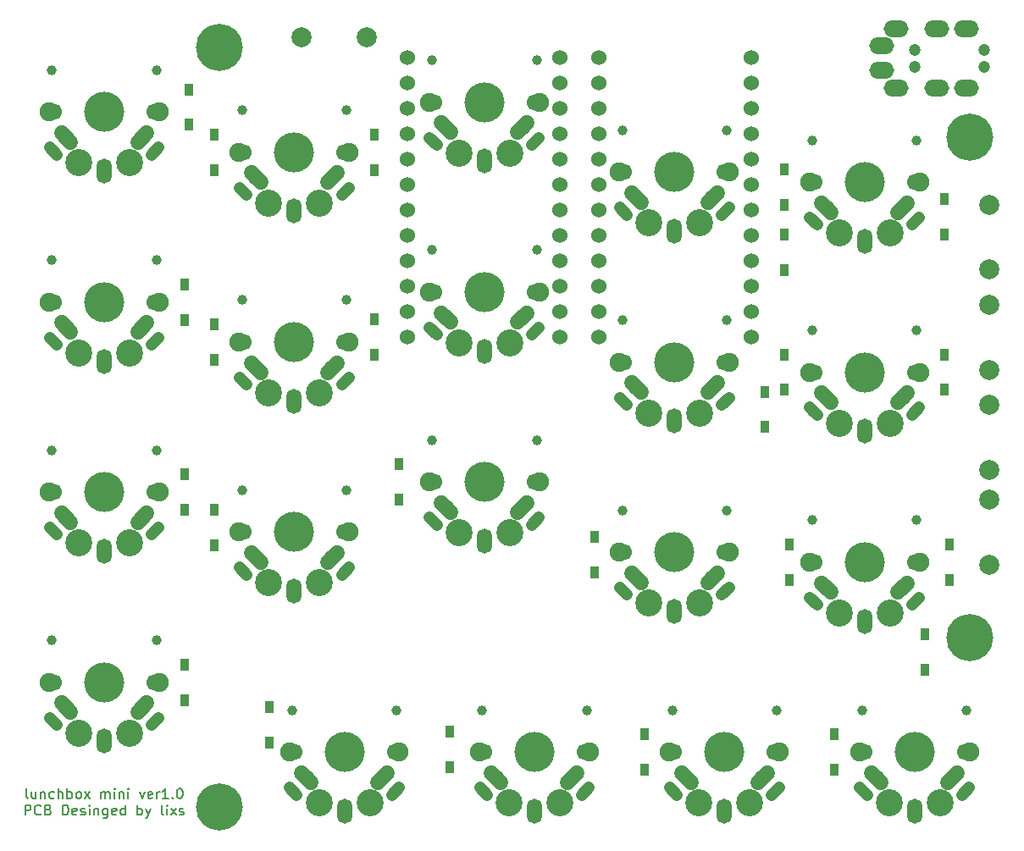
<source format=gbr>
G04 #@! TF.GenerationSoftware,KiCad,Pcbnew,(5.1.0)-1*
G04 #@! TF.CreationDate,2020-01-03T20:23:20+09:00*
G04 #@! TF.ProjectId,100cm^2,31303063-6d5e-4322-9e6b-696361645f70,rev?*
G04 #@! TF.SameCoordinates,Original*
G04 #@! TF.FileFunction,Soldermask,Top*
G04 #@! TF.FilePolarity,Negative*
%FSLAX46Y46*%
G04 Gerber Fmt 4.6, Leading zero omitted, Abs format (unit mm)*
G04 Created by KiCad (PCBNEW (5.1.0)-1) date 2020-01-03 20:23:20*
%MOMM*%
%LPD*%
G04 APERTURE LIST*
%ADD10C,0.150000*%
%ADD11C,4.700400*%
%ADD12R,0.950000X1.300000*%
%ADD13C,1.200000*%
%ADD14O,2.500000X1.700000*%
%ADD15C,2.000000*%
%ADD16C,1.524000*%
%ADD17C,1.000000*%
%ADD18O,1.500000X2.500000*%
%ADD19C,1.200000*%
%ADD20C,1.900000*%
%ADD21C,1.500000*%
%ADD22C,1.500000*%
%ADD23C,4.000000*%
%ADD24C,1.700000*%
%ADD25C,2.700000*%
G04 APERTURE END LIST*
D10*
X151857142Y-129127380D02*
X151761904Y-129079761D01*
X151714285Y-128984523D01*
X151714285Y-128127380D01*
X152666666Y-128460714D02*
X152666666Y-129127380D01*
X152238095Y-128460714D02*
X152238095Y-128984523D01*
X152285714Y-129079761D01*
X152380952Y-129127380D01*
X152523809Y-129127380D01*
X152619047Y-129079761D01*
X152666666Y-129032142D01*
X153142857Y-128460714D02*
X153142857Y-129127380D01*
X153142857Y-128555952D02*
X153190476Y-128508333D01*
X153285714Y-128460714D01*
X153428571Y-128460714D01*
X153523809Y-128508333D01*
X153571428Y-128603571D01*
X153571428Y-129127380D01*
X154476190Y-129079761D02*
X154380952Y-129127380D01*
X154190476Y-129127380D01*
X154095238Y-129079761D01*
X154047619Y-129032142D01*
X154000000Y-128936904D01*
X154000000Y-128651190D01*
X154047619Y-128555952D01*
X154095238Y-128508333D01*
X154190476Y-128460714D01*
X154380952Y-128460714D01*
X154476190Y-128508333D01*
X154904761Y-129127380D02*
X154904761Y-128127380D01*
X155333333Y-129127380D02*
X155333333Y-128603571D01*
X155285714Y-128508333D01*
X155190476Y-128460714D01*
X155047619Y-128460714D01*
X154952380Y-128508333D01*
X154904761Y-128555952D01*
X155809523Y-129127380D02*
X155809523Y-128127380D01*
X155809523Y-128508333D02*
X155904761Y-128460714D01*
X156095238Y-128460714D01*
X156190476Y-128508333D01*
X156238095Y-128555952D01*
X156285714Y-128651190D01*
X156285714Y-128936904D01*
X156238095Y-129032142D01*
X156190476Y-129079761D01*
X156095238Y-129127380D01*
X155904761Y-129127380D01*
X155809523Y-129079761D01*
X156857142Y-129127380D02*
X156761904Y-129079761D01*
X156714285Y-129032142D01*
X156666666Y-128936904D01*
X156666666Y-128651190D01*
X156714285Y-128555952D01*
X156761904Y-128508333D01*
X156857142Y-128460714D01*
X157000000Y-128460714D01*
X157095238Y-128508333D01*
X157142857Y-128555952D01*
X157190476Y-128651190D01*
X157190476Y-128936904D01*
X157142857Y-129032142D01*
X157095238Y-129079761D01*
X157000000Y-129127380D01*
X156857142Y-129127380D01*
X157523809Y-129127380D02*
X158047619Y-128460714D01*
X157523809Y-128460714D02*
X158047619Y-129127380D01*
X159190476Y-129127380D02*
X159190476Y-128460714D01*
X159190476Y-128555952D02*
X159238095Y-128508333D01*
X159333333Y-128460714D01*
X159476190Y-128460714D01*
X159571428Y-128508333D01*
X159619047Y-128603571D01*
X159619047Y-129127380D01*
X159619047Y-128603571D02*
X159666666Y-128508333D01*
X159761904Y-128460714D01*
X159904761Y-128460714D01*
X160000000Y-128508333D01*
X160047619Y-128603571D01*
X160047619Y-129127380D01*
X160523809Y-129127380D02*
X160523809Y-128460714D01*
X160523809Y-128127380D02*
X160476190Y-128175000D01*
X160523809Y-128222619D01*
X160571428Y-128175000D01*
X160523809Y-128127380D01*
X160523809Y-128222619D01*
X161000000Y-128460714D02*
X161000000Y-129127380D01*
X161000000Y-128555952D02*
X161047619Y-128508333D01*
X161142857Y-128460714D01*
X161285714Y-128460714D01*
X161380952Y-128508333D01*
X161428571Y-128603571D01*
X161428571Y-129127380D01*
X161904761Y-129127380D02*
X161904761Y-128460714D01*
X161904761Y-128127380D02*
X161857142Y-128175000D01*
X161904761Y-128222619D01*
X161952380Y-128175000D01*
X161904761Y-128127380D01*
X161904761Y-128222619D01*
X163047619Y-128460714D02*
X163285714Y-129127380D01*
X163523809Y-128460714D01*
X164285714Y-129079761D02*
X164190476Y-129127380D01*
X164000000Y-129127380D01*
X163904761Y-129079761D01*
X163857142Y-128984523D01*
X163857142Y-128603571D01*
X163904761Y-128508333D01*
X164000000Y-128460714D01*
X164190476Y-128460714D01*
X164285714Y-128508333D01*
X164333333Y-128603571D01*
X164333333Y-128698809D01*
X163857142Y-128794047D01*
X164761904Y-129127380D02*
X164761904Y-128460714D01*
X164761904Y-128651190D02*
X164809523Y-128555952D01*
X164857142Y-128508333D01*
X164952380Y-128460714D01*
X165047619Y-128460714D01*
X165904761Y-129127380D02*
X165333333Y-129127380D01*
X165619047Y-129127380D02*
X165619047Y-128127380D01*
X165523809Y-128270238D01*
X165428571Y-128365476D01*
X165333333Y-128413095D01*
X166333333Y-129032142D02*
X166380952Y-129079761D01*
X166333333Y-129127380D01*
X166285714Y-129079761D01*
X166333333Y-129032142D01*
X166333333Y-129127380D01*
X167000000Y-128127380D02*
X167095238Y-128127380D01*
X167190476Y-128175000D01*
X167238095Y-128222619D01*
X167285714Y-128317857D01*
X167333333Y-128508333D01*
X167333333Y-128746428D01*
X167285714Y-128936904D01*
X167238095Y-129032142D01*
X167190476Y-129079761D01*
X167095238Y-129127380D01*
X167000000Y-129127380D01*
X166904761Y-129079761D01*
X166857142Y-129032142D01*
X166809523Y-128936904D01*
X166761904Y-128746428D01*
X166761904Y-128508333D01*
X166809523Y-128317857D01*
X166857142Y-128222619D01*
X166904761Y-128175000D01*
X167000000Y-128127380D01*
X151595238Y-130777380D02*
X151595238Y-129777380D01*
X151976190Y-129777380D01*
X152071428Y-129825000D01*
X152119047Y-129872619D01*
X152166666Y-129967857D01*
X152166666Y-130110714D01*
X152119047Y-130205952D01*
X152071428Y-130253571D01*
X151976190Y-130301190D01*
X151595238Y-130301190D01*
X153166666Y-130682142D02*
X153119047Y-130729761D01*
X152976190Y-130777380D01*
X152880952Y-130777380D01*
X152738095Y-130729761D01*
X152642857Y-130634523D01*
X152595238Y-130539285D01*
X152547619Y-130348809D01*
X152547619Y-130205952D01*
X152595238Y-130015476D01*
X152642857Y-129920238D01*
X152738095Y-129825000D01*
X152880952Y-129777380D01*
X152976190Y-129777380D01*
X153119047Y-129825000D01*
X153166666Y-129872619D01*
X153928571Y-130253571D02*
X154071428Y-130301190D01*
X154119047Y-130348809D01*
X154166666Y-130444047D01*
X154166666Y-130586904D01*
X154119047Y-130682142D01*
X154071428Y-130729761D01*
X153976190Y-130777380D01*
X153595238Y-130777380D01*
X153595238Y-129777380D01*
X153928571Y-129777380D01*
X154023809Y-129825000D01*
X154071428Y-129872619D01*
X154119047Y-129967857D01*
X154119047Y-130063095D01*
X154071428Y-130158333D01*
X154023809Y-130205952D01*
X153928571Y-130253571D01*
X153595238Y-130253571D01*
X155357142Y-130777380D02*
X155357142Y-129777380D01*
X155595238Y-129777380D01*
X155738095Y-129825000D01*
X155833333Y-129920238D01*
X155880952Y-130015476D01*
X155928571Y-130205952D01*
X155928571Y-130348809D01*
X155880952Y-130539285D01*
X155833333Y-130634523D01*
X155738095Y-130729761D01*
X155595238Y-130777380D01*
X155357142Y-130777380D01*
X156738095Y-130729761D02*
X156642857Y-130777380D01*
X156452380Y-130777380D01*
X156357142Y-130729761D01*
X156309523Y-130634523D01*
X156309523Y-130253571D01*
X156357142Y-130158333D01*
X156452380Y-130110714D01*
X156642857Y-130110714D01*
X156738095Y-130158333D01*
X156785714Y-130253571D01*
X156785714Y-130348809D01*
X156309523Y-130444047D01*
X157166666Y-130729761D02*
X157261904Y-130777380D01*
X157452380Y-130777380D01*
X157547619Y-130729761D01*
X157595238Y-130634523D01*
X157595238Y-130586904D01*
X157547619Y-130491666D01*
X157452380Y-130444047D01*
X157309523Y-130444047D01*
X157214285Y-130396428D01*
X157166666Y-130301190D01*
X157166666Y-130253571D01*
X157214285Y-130158333D01*
X157309523Y-130110714D01*
X157452380Y-130110714D01*
X157547619Y-130158333D01*
X158023809Y-130777380D02*
X158023809Y-130110714D01*
X158023809Y-129777380D02*
X157976190Y-129825000D01*
X158023809Y-129872619D01*
X158071428Y-129825000D01*
X158023809Y-129777380D01*
X158023809Y-129872619D01*
X158500000Y-130110714D02*
X158500000Y-130777380D01*
X158500000Y-130205952D02*
X158547619Y-130158333D01*
X158642857Y-130110714D01*
X158785714Y-130110714D01*
X158880952Y-130158333D01*
X158928571Y-130253571D01*
X158928571Y-130777380D01*
X159833333Y-130110714D02*
X159833333Y-130920238D01*
X159785714Y-131015476D01*
X159738095Y-131063095D01*
X159642857Y-131110714D01*
X159500000Y-131110714D01*
X159404761Y-131063095D01*
X159833333Y-130729761D02*
X159738095Y-130777380D01*
X159547619Y-130777380D01*
X159452380Y-130729761D01*
X159404761Y-130682142D01*
X159357142Y-130586904D01*
X159357142Y-130301190D01*
X159404761Y-130205952D01*
X159452380Y-130158333D01*
X159547619Y-130110714D01*
X159738095Y-130110714D01*
X159833333Y-130158333D01*
X160690476Y-130729761D02*
X160595238Y-130777380D01*
X160404761Y-130777380D01*
X160309523Y-130729761D01*
X160261904Y-130634523D01*
X160261904Y-130253571D01*
X160309523Y-130158333D01*
X160404761Y-130110714D01*
X160595238Y-130110714D01*
X160690476Y-130158333D01*
X160738095Y-130253571D01*
X160738095Y-130348809D01*
X160261904Y-130444047D01*
X161595238Y-130777380D02*
X161595238Y-129777380D01*
X161595238Y-130729761D02*
X161500000Y-130777380D01*
X161309523Y-130777380D01*
X161214285Y-130729761D01*
X161166666Y-130682142D01*
X161119047Y-130586904D01*
X161119047Y-130301190D01*
X161166666Y-130205952D01*
X161214285Y-130158333D01*
X161309523Y-130110714D01*
X161500000Y-130110714D01*
X161595238Y-130158333D01*
X162833333Y-130777380D02*
X162833333Y-129777380D01*
X162833333Y-130158333D02*
X162928571Y-130110714D01*
X163119047Y-130110714D01*
X163214285Y-130158333D01*
X163261904Y-130205952D01*
X163309523Y-130301190D01*
X163309523Y-130586904D01*
X163261904Y-130682142D01*
X163214285Y-130729761D01*
X163119047Y-130777380D01*
X162928571Y-130777380D01*
X162833333Y-130729761D01*
X163642857Y-130110714D02*
X163880952Y-130777380D01*
X164119047Y-130110714D02*
X163880952Y-130777380D01*
X163785714Y-131015476D01*
X163738095Y-131063095D01*
X163642857Y-131110714D01*
X165404761Y-130777380D02*
X165309523Y-130729761D01*
X165261904Y-130634523D01*
X165261904Y-129777380D01*
X165785714Y-130777380D02*
X165785714Y-130110714D01*
X165785714Y-129777380D02*
X165738095Y-129825000D01*
X165785714Y-129872619D01*
X165833333Y-129825000D01*
X165785714Y-129777380D01*
X165785714Y-129872619D01*
X166166666Y-130777380D02*
X166690476Y-130110714D01*
X166166666Y-130110714D02*
X166690476Y-130777380D01*
X167023809Y-130729761D02*
X167119047Y-130777380D01*
X167309523Y-130777380D01*
X167404761Y-130729761D01*
X167452380Y-130634523D01*
X167452380Y-130586904D01*
X167404761Y-130491666D01*
X167309523Y-130444047D01*
X167166666Y-130444047D01*
X167071428Y-130396428D01*
X167023809Y-130301190D01*
X167023809Y-130253571D01*
X167071428Y-130158333D01*
X167166666Y-130110714D01*
X167309523Y-130110714D01*
X167404761Y-130158333D01*
D11*
X171000000Y-54000000D03*
X171000000Y-130000000D03*
X246000000Y-113000000D03*
X246000000Y-63000000D03*
D12*
X168000000Y-61775000D03*
X168000000Y-58225000D03*
X167500000Y-77725000D03*
X167500000Y-81275000D03*
X167500000Y-100275000D03*
X167500000Y-96725000D03*
X167500000Y-119275000D03*
X167500000Y-115725000D03*
X170500000Y-62725000D03*
X170500000Y-66275000D03*
X170500000Y-81725000D03*
X170500000Y-85275000D03*
X170500000Y-100225000D03*
X170500000Y-103775000D03*
X176000000Y-123500000D03*
X176000000Y-119950000D03*
X186500000Y-62725000D03*
X186500000Y-66275000D03*
X186500000Y-84775000D03*
X186500000Y-81225000D03*
X189000000Y-99275000D03*
X189000000Y-95725000D03*
X194000000Y-126000000D03*
X194000000Y-122450000D03*
X227500000Y-69775000D03*
X227500000Y-66225000D03*
X225500000Y-88450000D03*
X225500000Y-92000000D03*
X208500000Y-102950000D03*
X208500000Y-106500000D03*
X213500000Y-122725000D03*
X213500000Y-126275000D03*
X227500000Y-76275000D03*
X227500000Y-72725000D03*
X227500000Y-84725000D03*
X227500000Y-88275000D03*
X228000000Y-107275000D03*
X228000000Y-103725000D03*
X232500000Y-122725000D03*
X232500000Y-126275000D03*
X243500000Y-69225000D03*
X243500000Y-72775000D03*
X243500000Y-88275000D03*
X243500000Y-84725000D03*
X244000000Y-103725000D03*
X244000000Y-107275000D03*
X241500000Y-116275000D03*
X241500000Y-112725000D03*
D13*
X240500000Y-54250000D03*
X247500000Y-54250000D03*
D14*
X238700000Y-52150000D03*
X237200000Y-56350000D03*
X245700000Y-52150000D03*
X242700000Y-52150000D03*
D13*
X247500000Y-56000000D03*
X240500000Y-56000000D03*
D14*
X245700000Y-58100000D03*
X242700000Y-58100000D03*
X238700000Y-58100000D03*
X237200000Y-53900000D03*
D15*
X185750000Y-53000000D03*
X179250000Y-53000000D03*
X248000000Y-76250000D03*
X248000000Y-69750000D03*
X248000000Y-79750000D03*
X248000000Y-86250000D03*
X248000000Y-96250000D03*
X248000000Y-89750000D03*
X248000000Y-99250000D03*
X248000000Y-105750000D03*
D16*
X208936400Y-55022000D03*
X208936400Y-57562000D03*
X208936400Y-60102000D03*
X208936400Y-62642000D03*
X208936400Y-65182000D03*
X208936400Y-67722000D03*
X208936400Y-70262000D03*
X208936400Y-72802000D03*
X208936400Y-75342000D03*
X208936400Y-77882000D03*
X208936400Y-80422000D03*
X208936400Y-82962000D03*
X224156400Y-82962000D03*
X224156400Y-80422000D03*
X224156400Y-77882000D03*
X224156400Y-75342000D03*
X224156400Y-72802000D03*
X224156400Y-70262000D03*
X224156400Y-67722000D03*
X224156400Y-65182000D03*
X224156400Y-62642000D03*
X224156400Y-60102000D03*
X224156400Y-57562000D03*
X224156400Y-55022000D03*
X205063600Y-55022000D03*
X205063600Y-57562000D03*
X205063600Y-60102000D03*
X205063600Y-62642000D03*
X205063600Y-65182000D03*
X205063600Y-67722000D03*
X205063600Y-70262000D03*
X205063600Y-72802000D03*
X205063600Y-75342000D03*
X205063600Y-77882000D03*
X205063600Y-80422000D03*
X205063600Y-82962000D03*
X189843600Y-82962000D03*
X189843600Y-80422000D03*
X189843600Y-77882000D03*
X189843600Y-75342000D03*
X189843600Y-72802000D03*
X189843600Y-70262000D03*
X189843600Y-67722000D03*
X189843600Y-65182000D03*
X189843600Y-62642000D03*
X189843600Y-60102000D03*
X189843600Y-57562000D03*
X189843600Y-55022000D03*
D17*
X154280000Y-56300000D03*
D18*
X159500000Y-66400000D03*
D13*
X154400000Y-64400000D03*
D19*
X154753553Y-64753553D02*
X154046447Y-64046447D01*
D13*
X164600000Y-64400000D03*
D19*
X164953553Y-64046447D02*
X164246447Y-64753553D01*
D20*
X154000000Y-60500000D03*
X165000000Y-60500000D03*
D21*
X163310000Y-63040000D03*
D22*
X163769619Y-62580381D02*
X162850381Y-63499619D01*
D23*
X159500000Y-60500000D03*
D24*
X164580000Y-60500000D03*
X154420000Y-60500000D03*
D21*
X155690000Y-63040000D03*
D22*
X156149619Y-63499619D02*
X155230381Y-62580381D01*
D25*
X162040000Y-65580000D03*
X156960000Y-65580000D03*
D17*
X164720000Y-56300000D03*
X154280000Y-75300000D03*
D18*
X159500000Y-85400000D03*
D13*
X154400000Y-83400000D03*
D19*
X154753553Y-83753553D02*
X154046447Y-83046447D01*
D13*
X164600000Y-83400000D03*
D19*
X164953553Y-83046447D02*
X164246447Y-83753553D01*
D20*
X154000000Y-79500000D03*
X165000000Y-79500000D03*
D21*
X163310000Y-82040000D03*
D22*
X163769619Y-81580381D02*
X162850381Y-82499619D01*
D23*
X159500000Y-79500000D03*
D24*
X164580000Y-79500000D03*
X154420000Y-79500000D03*
D21*
X155690000Y-82040000D03*
D22*
X156149619Y-82499619D02*
X155230381Y-81580381D01*
D25*
X162040000Y-84580000D03*
X156960000Y-84580000D03*
D17*
X164720000Y-75300000D03*
X164720000Y-94300000D03*
D25*
X156960000Y-103580000D03*
X162040000Y-103580000D03*
D21*
X155690000Y-101040000D03*
D22*
X156149619Y-101499619D02*
X155230381Y-100580381D01*
D24*
X154420000Y-98500000D03*
X164580000Y-98500000D03*
D23*
X159500000Y-98500000D03*
D21*
X163310000Y-101040000D03*
D22*
X163769619Y-100580381D02*
X162850381Y-101499619D01*
D20*
X165000000Y-98500000D03*
X154000000Y-98500000D03*
D13*
X164600000Y-102400000D03*
D19*
X164953553Y-102046447D02*
X164246447Y-102753553D01*
D13*
X154400000Y-102400000D03*
D19*
X154753553Y-102753553D02*
X154046447Y-102046447D01*
D18*
X159500000Y-104400000D03*
D17*
X154280000Y-94300000D03*
X154280000Y-113300000D03*
D18*
X159500000Y-123400000D03*
D13*
X154400000Y-121400000D03*
D19*
X154753553Y-121753553D02*
X154046447Y-121046447D01*
D13*
X164600000Y-121400000D03*
D19*
X164953553Y-121046447D02*
X164246447Y-121753553D01*
D20*
X154000000Y-117500000D03*
X165000000Y-117500000D03*
D21*
X163310000Y-120040000D03*
D22*
X163769619Y-119580381D02*
X162850381Y-120499619D01*
D23*
X159500000Y-117500000D03*
D24*
X164580000Y-117500000D03*
X154420000Y-117500000D03*
D21*
X155690000Y-120040000D03*
D22*
X156149619Y-120499619D02*
X155230381Y-119580381D01*
D25*
X162040000Y-122580000D03*
X156960000Y-122580000D03*
D17*
X164720000Y-113300000D03*
X183720000Y-60300000D03*
D25*
X175960000Y-69580000D03*
X181040000Y-69580000D03*
D21*
X174690000Y-67040000D03*
D22*
X175149619Y-67499619D02*
X174230381Y-66580381D01*
D24*
X173420000Y-64500000D03*
X183580000Y-64500000D03*
D23*
X178500000Y-64500000D03*
D21*
X182310000Y-67040000D03*
D22*
X182769619Y-66580381D02*
X181850381Y-67499619D01*
D20*
X184000000Y-64500000D03*
X173000000Y-64500000D03*
D13*
X183600000Y-68400000D03*
D19*
X183953553Y-68046447D02*
X183246447Y-68753553D01*
D13*
X173400000Y-68400000D03*
D19*
X173753553Y-68753553D02*
X173046447Y-68046447D01*
D18*
X178500000Y-70400000D03*
D17*
X173280000Y-60300000D03*
X183720000Y-79300000D03*
D25*
X175960000Y-88580000D03*
X181040000Y-88580000D03*
D21*
X174690000Y-86040000D03*
D22*
X175149619Y-86499619D02*
X174230381Y-85580381D01*
D24*
X173420000Y-83500000D03*
X183580000Y-83500000D03*
D23*
X178500000Y-83500000D03*
D21*
X182310000Y-86040000D03*
D22*
X182769619Y-85580381D02*
X181850381Y-86499619D01*
D20*
X184000000Y-83500000D03*
X173000000Y-83500000D03*
D13*
X183600000Y-87400000D03*
D19*
X183953553Y-87046447D02*
X183246447Y-87753553D01*
D13*
X173400000Y-87400000D03*
D19*
X173753553Y-87753553D02*
X173046447Y-87046447D01*
D18*
X178500000Y-89400000D03*
D17*
X173280000Y-79300000D03*
X173280000Y-98300000D03*
D18*
X178500000Y-108400000D03*
D13*
X173400000Y-106400000D03*
D19*
X173753553Y-106753553D02*
X173046447Y-106046447D01*
D13*
X183600000Y-106400000D03*
D19*
X183953553Y-106046447D02*
X183246447Y-106753553D01*
D20*
X173000000Y-102500000D03*
X184000000Y-102500000D03*
D21*
X182310000Y-105040000D03*
D22*
X182769619Y-104580381D02*
X181850381Y-105499619D01*
D23*
X178500000Y-102500000D03*
D24*
X183580000Y-102500000D03*
X173420000Y-102500000D03*
D21*
X174690000Y-105040000D03*
D22*
X175149619Y-105499619D02*
X174230381Y-104580381D01*
D25*
X181040000Y-107580000D03*
X175960000Y-107580000D03*
D17*
X183720000Y-98300000D03*
X188720000Y-120300000D03*
D25*
X180960000Y-129580000D03*
X186040000Y-129580000D03*
D21*
X179690000Y-127040000D03*
D22*
X180149619Y-127499619D02*
X179230381Y-126580381D01*
D24*
X178420000Y-124500000D03*
X188580000Y-124500000D03*
D23*
X183500000Y-124500000D03*
D21*
X187310000Y-127040000D03*
D22*
X187769619Y-126580381D02*
X186850381Y-127499619D01*
D20*
X189000000Y-124500000D03*
X178000000Y-124500000D03*
D13*
X188600000Y-128400000D03*
D19*
X188953553Y-128046447D02*
X188246447Y-128753553D01*
D13*
X178400000Y-128400000D03*
D19*
X178753553Y-128753553D02*
X178046447Y-128046447D01*
D18*
X183500000Y-130400000D03*
D17*
X178280000Y-120300000D03*
X202720000Y-55300000D03*
D25*
X194960000Y-64580000D03*
X200040000Y-64580000D03*
D21*
X193690000Y-62040000D03*
D22*
X194149619Y-62499619D02*
X193230381Y-61580381D01*
D24*
X192420000Y-59500000D03*
X202580000Y-59500000D03*
D23*
X197500000Y-59500000D03*
D21*
X201310000Y-62040000D03*
D22*
X201769619Y-61580381D02*
X200850381Y-62499619D01*
D20*
X203000000Y-59500000D03*
X192000000Y-59500000D03*
D13*
X202600000Y-63400000D03*
D19*
X202953553Y-63046447D02*
X202246447Y-63753553D01*
D13*
X192400000Y-63400000D03*
D19*
X192753553Y-63753553D02*
X192046447Y-63046447D01*
D18*
X197500000Y-65400000D03*
D17*
X192280000Y-55300000D03*
X192280000Y-74300000D03*
D18*
X197500000Y-84400000D03*
D13*
X192400000Y-82400000D03*
D19*
X192753553Y-82753553D02*
X192046447Y-82046447D01*
D13*
X202600000Y-82400000D03*
D19*
X202953553Y-82046447D02*
X202246447Y-82753553D01*
D20*
X192000000Y-78500000D03*
X203000000Y-78500000D03*
D21*
X201310000Y-81040000D03*
D22*
X201769619Y-80580381D02*
X200850381Y-81499619D01*
D23*
X197500000Y-78500000D03*
D24*
X202580000Y-78500000D03*
X192420000Y-78500000D03*
D21*
X193690000Y-81040000D03*
D22*
X194149619Y-81499619D02*
X193230381Y-80580381D01*
D25*
X200040000Y-83580000D03*
X194960000Y-83580000D03*
D17*
X202720000Y-74300000D03*
X202720000Y-93300000D03*
D25*
X194960000Y-102580000D03*
X200040000Y-102580000D03*
D21*
X193690000Y-100040000D03*
D22*
X194149619Y-100499619D02*
X193230381Y-99580381D01*
D24*
X192420000Y-97500000D03*
X202580000Y-97500000D03*
D23*
X197500000Y-97500000D03*
D21*
X201310000Y-100040000D03*
D22*
X201769619Y-99580381D02*
X200850381Y-100499619D01*
D20*
X203000000Y-97500000D03*
X192000000Y-97500000D03*
D13*
X202600000Y-101400000D03*
D19*
X202953553Y-101046447D02*
X202246447Y-101753553D01*
D13*
X192400000Y-101400000D03*
D19*
X192753553Y-101753553D02*
X192046447Y-101046447D01*
D18*
X197500000Y-103400000D03*
D17*
X192280000Y-93300000D03*
X197280000Y-120300000D03*
D18*
X202500000Y-130400000D03*
D13*
X197400000Y-128400000D03*
D19*
X197753553Y-128753553D02*
X197046447Y-128046447D01*
D13*
X207600000Y-128400000D03*
D19*
X207953553Y-128046447D02*
X207246447Y-128753553D01*
D20*
X197000000Y-124500000D03*
X208000000Y-124500000D03*
D21*
X206310000Y-127040000D03*
D22*
X206769619Y-126580381D02*
X205850381Y-127499619D01*
D23*
X202500000Y-124500000D03*
D24*
X207580000Y-124500000D03*
X197420000Y-124500000D03*
D21*
X198690000Y-127040000D03*
D22*
X199149619Y-127499619D02*
X198230381Y-126580381D01*
D25*
X205040000Y-129580000D03*
X199960000Y-129580000D03*
D17*
X207720000Y-120300000D03*
X221720000Y-62300000D03*
D25*
X213960000Y-71580000D03*
X219040000Y-71580000D03*
D21*
X212690000Y-69040000D03*
D22*
X213149619Y-69499619D02*
X212230381Y-68580381D01*
D24*
X211420000Y-66500000D03*
X221580000Y-66500000D03*
D23*
X216500000Y-66500000D03*
D21*
X220310000Y-69040000D03*
D22*
X220769619Y-68580381D02*
X219850381Y-69499619D01*
D20*
X222000000Y-66500000D03*
X211000000Y-66500000D03*
D13*
X221600000Y-70400000D03*
D19*
X221953553Y-70046447D02*
X221246447Y-70753553D01*
D13*
X211400000Y-70400000D03*
D19*
X211753553Y-70753553D02*
X211046447Y-70046447D01*
D18*
X216500000Y-72400000D03*
D17*
X211280000Y-62300000D03*
X211280000Y-81300000D03*
D18*
X216500000Y-91400000D03*
D13*
X211400000Y-89400000D03*
D19*
X211753553Y-89753553D02*
X211046447Y-89046447D01*
D13*
X221600000Y-89400000D03*
D19*
X221953553Y-89046447D02*
X221246447Y-89753553D01*
D20*
X211000000Y-85500000D03*
X222000000Y-85500000D03*
D21*
X220310000Y-88040000D03*
D22*
X220769619Y-87580381D02*
X219850381Y-88499619D01*
D23*
X216500000Y-85500000D03*
D24*
X221580000Y-85500000D03*
X211420000Y-85500000D03*
D21*
X212690000Y-88040000D03*
D22*
X213149619Y-88499619D02*
X212230381Y-87580381D01*
D25*
X219040000Y-90580000D03*
X213960000Y-90580000D03*
D17*
X221720000Y-81300000D03*
X211280000Y-100300000D03*
D18*
X216500000Y-110400000D03*
D13*
X211400000Y-108400000D03*
D19*
X211753553Y-108753553D02*
X211046447Y-108046447D01*
D13*
X221600000Y-108400000D03*
D19*
X221953553Y-108046447D02*
X221246447Y-108753553D01*
D20*
X211000000Y-104500000D03*
X222000000Y-104500000D03*
D21*
X220310000Y-107040000D03*
D22*
X220769619Y-106580381D02*
X219850381Y-107499619D01*
D23*
X216500000Y-104500000D03*
D24*
X221580000Y-104500000D03*
X211420000Y-104500000D03*
D21*
X212690000Y-107040000D03*
D22*
X213149619Y-107499619D02*
X212230381Y-106580381D01*
D25*
X219040000Y-109580000D03*
X213960000Y-109580000D03*
D17*
X221720000Y-100300000D03*
X226720000Y-120300000D03*
D25*
X218960000Y-129580000D03*
X224040000Y-129580000D03*
D21*
X217690000Y-127040000D03*
D22*
X218149619Y-127499619D02*
X217230381Y-126580381D01*
D24*
X216420000Y-124500000D03*
X226580000Y-124500000D03*
D23*
X221500000Y-124500000D03*
D21*
X225310000Y-127040000D03*
D22*
X225769619Y-126580381D02*
X224850381Y-127499619D01*
D20*
X227000000Y-124500000D03*
X216000000Y-124500000D03*
D13*
X226600000Y-128400000D03*
D19*
X226953553Y-128046447D02*
X226246447Y-128753553D01*
D13*
X216400000Y-128400000D03*
D19*
X216753553Y-128753553D02*
X216046447Y-128046447D01*
D18*
X221500000Y-130400000D03*
D17*
X216280000Y-120300000D03*
X230280000Y-63300000D03*
D18*
X235500000Y-73400000D03*
D13*
X230400000Y-71400000D03*
D19*
X230753553Y-71753553D02*
X230046447Y-71046447D01*
D13*
X240600000Y-71400000D03*
D19*
X240953553Y-71046447D02*
X240246447Y-71753553D01*
D20*
X230000000Y-67500000D03*
X241000000Y-67500000D03*
D21*
X239310000Y-70040000D03*
D22*
X239769619Y-69580381D02*
X238850381Y-70499619D01*
D23*
X235500000Y-67500000D03*
D24*
X240580000Y-67500000D03*
X230420000Y-67500000D03*
D21*
X231690000Y-70040000D03*
D22*
X232149619Y-70499619D02*
X231230381Y-69580381D01*
D25*
X238040000Y-72580000D03*
X232960000Y-72580000D03*
D17*
X240720000Y-63300000D03*
X240720000Y-82300000D03*
D25*
X232960000Y-91580000D03*
X238040000Y-91580000D03*
D21*
X231690000Y-89040000D03*
D22*
X232149619Y-89499619D02*
X231230381Y-88580381D01*
D24*
X230420000Y-86500000D03*
X240580000Y-86500000D03*
D23*
X235500000Y-86500000D03*
D21*
X239310000Y-89040000D03*
D22*
X239769619Y-88580381D02*
X238850381Y-89499619D01*
D20*
X241000000Y-86500000D03*
X230000000Y-86500000D03*
D13*
X240600000Y-90400000D03*
D19*
X240953553Y-90046447D02*
X240246447Y-90753553D01*
D13*
X230400000Y-90400000D03*
D19*
X230753553Y-90753553D02*
X230046447Y-90046447D01*
D18*
X235500000Y-92400000D03*
D17*
X230280000Y-82300000D03*
X240720000Y-101300000D03*
D25*
X232960000Y-110580000D03*
X238040000Y-110580000D03*
D21*
X231690000Y-108040000D03*
D22*
X232149619Y-108499619D02*
X231230381Y-107580381D01*
D24*
X230420000Y-105500000D03*
X240580000Y-105500000D03*
D23*
X235500000Y-105500000D03*
D21*
X239310000Y-108040000D03*
D22*
X239769619Y-107580381D02*
X238850381Y-108499619D01*
D20*
X241000000Y-105500000D03*
X230000000Y-105500000D03*
D13*
X240600000Y-109400000D03*
D19*
X240953553Y-109046447D02*
X240246447Y-109753553D01*
D13*
X230400000Y-109400000D03*
D19*
X230753553Y-109753553D02*
X230046447Y-109046447D01*
D18*
X235500000Y-111400000D03*
D17*
X230280000Y-101300000D03*
X235280000Y-120300000D03*
D18*
X240500000Y-130400000D03*
D13*
X235400000Y-128400000D03*
D19*
X235753553Y-128753553D02*
X235046447Y-128046447D01*
D13*
X245600000Y-128400000D03*
D19*
X245953553Y-128046447D02*
X245246447Y-128753553D01*
D20*
X235000000Y-124500000D03*
X246000000Y-124500000D03*
D21*
X244310000Y-127040000D03*
D22*
X244769619Y-126580381D02*
X243850381Y-127499619D01*
D23*
X240500000Y-124500000D03*
D24*
X245580000Y-124500000D03*
X235420000Y-124500000D03*
D21*
X236690000Y-127040000D03*
D22*
X237149619Y-127499619D02*
X236230381Y-126580381D01*
D25*
X243040000Y-129580000D03*
X237960000Y-129580000D03*
D17*
X245720000Y-120300000D03*
M02*

</source>
